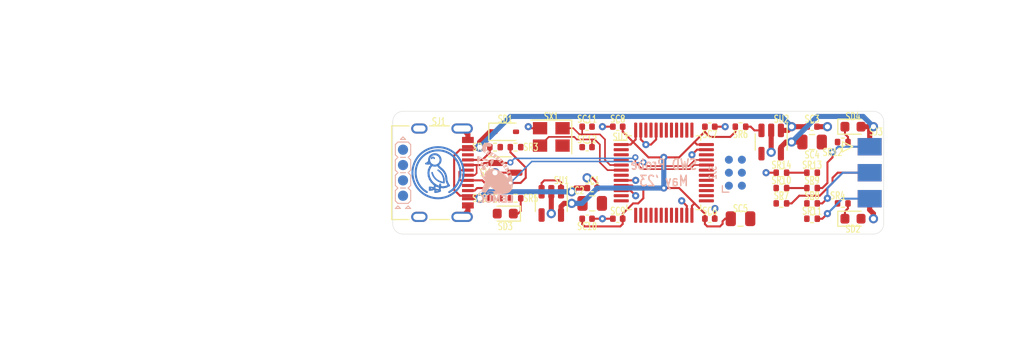
<source format=kicad_pcb>
(kicad_pcb (version 20221018) (generator pcbnew)
  (layers (0 "F.Cu" signal "Front") (31 "B.Cu" signal "Back") (34 "B.Paste" user) (35 "F.Paste" user) (36 "B.SilkS" user "B.Silkscreen") (37 "F.SilkS" user "F.Silkscreen") (38 "B.Mask" user) (39 "F.Mask" user) (44 "Edge.Cuts" user))
  (net 0 "")
  (net 1 "gnd")
  (net 2 "vtarget")
  (net 3 "vusb")
  (net 4 "target_drv.swd.swdio")
  (net 5 "target_drv.swd.reset")
  (net 6 "target_drv.swd.swclk")
  (net 7 "target_drv.swo_in")
  (net 8 "led_target.res.a")
  (net 9 "usb.conn.A5")
  (net 10 "usb.conn.B5")
  (net 11 "target_sense.output")
  (net 12 "target_drv.swo_out")
  (net 13 "led_tgt.res.a")
  (net 14 "led_usb.res.a")
  (net 15 "en_pull.io")
  (net 16 "target_drv.reset_in")
  (net 17 "target_drv.swclk_in")
  (net 18 "target_drv.swdio_out")
  (net 19 "v3v3")
  (net 20 "target_drv.swdio_in")
  (net 21 "mcu.xtal_node.driver.xtal_in")
  (net 22 "mcu.xtal_node.driver.xtal_out")
  (net 23 "mcu.swd_node.reset")
  (net 24 "led_usb.signal")
  (net 25 "led_tgt.signal")
  (net 26 "mcu.swd_node.swdio")
  (net 27 "mcu.swd_node.swclk")
  (net 28 "mcu.swd.swo")
  (net 29 "usb_chain_0.d_P")
  (net 30 "usb_chain_0.d_N")
  (footprint "LED_SMD:LED_0603_1608Metric" (layer "F.Cu") (at 145 52 180)
    (fp_text reference "SD3")
    (fp_text value "C2290 (Hubei KENTO Elec) - White 0603 Light Emitting Diodes (LED) RoHS")
  )
  (footprint "Package_TO_SOT_SMD:SOT-23-5" (layer "F.Cu") (at 149.5 51 -90)
    (fp_text reference "SU1")
    (fp_text value "AP2204K-3.3 (Diodes Incorporated)")
  )
  (footprint "Capacitor_SMD:C_0402_1005Metric" (layer "F.Cu") (at 153 52.5)
    (fp_text reference "SC10")
    (fp_text value "")
  )
  (footprint "Capacitor_SMD:C_0402_1005Metric" (layer "F.Cu") (at 175 43.5)
    (fp_text reference "SC3")
    (fp_text value "")
  )
  (footprint "Capacitor_SMD:C_0805_2012Metric" (layer "F.Cu") (at 175 45)
    (fp_text reference "SC4")
    (fp_text value "")
  )
  (footprint "Resistor_SMD:R_0402_1005Metric" (layer "F.Cu") (at 178 45 180)
    (fp_text reference "SR12")
    (fp_text value "")
  )
  (footprint "Resistor_SMD:R_0402_1005Metric" (layer "F.Cu") (at 175 49.5)
    (fp_text reference "SR9")
    (fp_text value "")
  )
  (footprint "Connector_USB:USB_C_Receptacle_XKB_U262-16XN-4BVC11" (layer "F.Cu") (at 137.675 48 -90)
    (fp_text reference "SJ1")
    (fp_text value "COM-15111 (Sparkfun)")
  )
  (footprint "Resistor_SMD:R_0402_1005Metric" (layer "F.Cu") (at 175 48 180)
    (fp_text reference "SR13")
    (fp_text value "")
  )
  (footprint "Capacitor_SMD:C_0402_1005Metric" (layer "F.Cu") (at 156 43.5 180)
    (fp_text reference "SC8")
    (fp_text value "")
  )
  (footprint "edg:JlcToolingHole_1.152mm" (layer "F.Cu") (at 148 48)
    (fp_text reference "SH2" hide)
    (fp_text value "")
  )
  (footprint "LED_SMD:LED_0603_1608Metric" (layer "F.Cu") (at 179 43.5)
    (fp_text reference "SD4")
    (fp_text value "")
  )
  (footprint "Capacitor_SMD:C_0805_2012Metric" (layer "F.Cu") (at 168 52.5)
    (fp_text reference "SC5")
    (fp_text value "")
  )
  (footprint "Capacitor_SMD:C_0402_1005Metric" (layer "F.Cu") (at 153 43.5)
    (fp_text reference "SC11")
    (fp_text value "")
  )
  (footprint "Resistor_SMD:R_0402_1005Metric" (layer "F.Cu") (at 168 43.5)
    (fp_text reference "SR6")
    (fp_text value "")
  )
  (footprint "Package_QFP:LQFP-48_7x7mm_P0.5mm" (layer "F.Cu") (at 160.5 48)
    (fp_text reference "SU3")
    (fp_text value "STM32F103xxT6 (STMicroelectronics)")
  )
  (footprint "Capacitor_SMD:C_0402_1005Metric" (layer "F.Cu") (at 153 45.5 180)
    (fp_text reference "SC12")
    (fp_text value "")
  )
  (footprint "Resistor_SMD:R_0402_1005Metric" (layer "F.Cu") (at 175 52.5)
    (fp_text reference "SR11")
    (fp_text value "")
  )
  (footprint "Resistor_SMD:R_0402_1005Metric" (layer "F.Cu") (at 146 50.5 180)
    (fp_text reference "SR5")
    (fp_text value "")
  )
  (footprint "Crystal:Crystal_SMD_3225-4Pin_3.2x2.5mm" (layer "F.Cu") (at 149.5 44.5 180)
    (fp_text reference "SX1")
    (fp_text value "")
  )
  (footprint "Package_TO_SOT_SMD:SOT-23-5" (layer "F.Cu") (at 171 45 -90)
    (fp_text reference "SU2")
    (fp_text value "AP2204K-3.3 (Diodes Incorporated)")
  )
  (footprint "Resistor_SMD:R_0402_1005Metric" (layer "F.Cu") (at 172 49.5)
    (fp_text reference "SR10")
    (fp_text value "")
  )
  (footprint "Resistor_SMD:R_0402_1005Metric" (layer "F.Cu") (at 175 51)
    (fp_text reference "SR8")
    (fp_text value "")
  )
  (footprint "Resistor_SMD:R_0402_1005Metric" (layer "F.Cu") (at 144 45.5 180)
    (fp_text reference "SR1")
    (fp_text value "")
  )
  (footprint "Capacitor_SMD:C_0402_1005Metric" (layer "F.Cu") (at 165 43.5)
    (fp_text reference "SC7")
    (fp_text value "")
  )
  (footprint "Resistor_SMD:R_0402_1005Metric" (layer "F.Cu") (at 144 50.5 180)
    (fp_text reference "SR2")
    (fp_text value "")
  )
  (footprint "Capacitor_SMD:C_0402_1005Metric" (layer "F.Cu") (at 156 52.5 180)
    (fp_text reference "SC9")
    (fp_text value "")
  )
  (footprint "Capacitor_SMD:C_0805_2012Metric" (layer "F.Cu") (at 153.5 51)
    (fp_text reference "SC2")
    (fp_text value "")
  )
  (footprint "Capacitor_SMD:C_0402_1005Metric" (layer "F.Cu") (at 165 52.5)
    (fp_text reference "SC6")
    (fp_text value "")
  )
  (footprint "edg:JlcToolingHole_1.152mm" (layer "F.Cu") (at 178.5 49.5)
    (fp_text reference "SH3" hide)
    (fp_text value "")
  )
  (footprint "Resistor_SMD:R_0402_1005Metric" (layer "F.Cu") (at 146 45.5 180)
    (fp_text reference "SR3")
    (fp_text value "")
  )
  (footprint "Resistor_SMD:R_0402_1005Metric" (layer "F.Cu") (at 172 51)
    (fp_text reference "SR7")
    (fp_text value "")
  )
  (footprint "LED_SMD:LED_0603_1608Metric" (layer "F.Cu") (at 179 52.5)
    (fp_text reference "SD2")
    (fp_text value "")
  )
  (footprint "Resistor_SMD:R_0402_1005Metric" (layer "F.Cu") (at 172 48 180)
    (fp_text reference "SR14")
    (fp_text value "")
  )
  (footprint "edg:PinHeader_2x03_P2.54mm_EdgeInline" (layer "F.Cu") (at 182 48)
    (fp_text reference "SJ3")
    (fp_text value "PinHeader2.54 Shrouded 2x3 (Generic)")
  )
  (footprint "Resistor_SMD:R_0402_1005Metric" (layer "F.Cu") (at 178 51 180)
    (fp_text reference "SR4")
    (fp_text value "")
  )
  (footprint "edg:JlcToolingHole_1.152mm" (layer "F.Cu") (at 178.5 46.5)
    (fp_text reference "SH1" hide)
    (fp_text value "")
  )
  (footprint "Capacitor_SMD:C_0402_1005Metric" (layer "F.Cu") (at 153.5 49.5)
    (fp_text reference "SC1")
    (fp_text value "")
  )
  (footprint "Diode_SMD:D_SOD-323" (layer "F.Cu") (at 145 44)
    (fp_text reference "SD1")
    (fp_text value "BZT52-B5V6S_R1_00001 (PANJIT International) - 100nA@1V 40? Single 5.49V~5.71V 200mW 5.6V SOD-323 Zener Diodes ROHS")
  )
  (footprint "Package_TO_SOT_SMD:SOT-23" (layer "F.Cu") (at 145 48)
    (fp_text reference "SU4")
    (fp_text value "PESD5V0X1BT (Nexperia)")
  )
  (footprint "edg:Indicator_IdDots_4" (layer "B.Cu") (at 135 48 90)
    (fp_text reference "UU6" hide)
    (fp_text value "IdDots4")
  )
  (footprint "edg:Symbol_Duckling" (layer "B.Cu") (at 138.424054 48.000734 180)
    (fp_text reference "UU4" hide)
    (fp_text value "Duck" hide)
  )
  (footprint "Connector:Tag-Connect_TC2030-IDC-NL_2x03_P1.27mm_Vertical" (layer "B.Cu") (at 167.5 48 90)
    (fp_text reference "SJ2")
    (fp_text value "")
  )
  (footprint "edg:Symbol_LemurSmall" (layer "B.Cu") (at 144 48 180)
    (fp_text reference "UU5" hide)
    (fp_text value "Lemur" hide)
  )
  (gr_arc (start 134 43) (mid 134.292893 42.292893) (end 135 42) (stroke (width 0.0381)) (layer "Edge.Cuts"))
  (gr_arc (start 182 53) (mid 181.707107 53.707107) (end 181 54) (stroke (width 0.0381)) (layer "Edge.Cuts"))
  (gr_line (start 134 43) (end 134 53) (stroke (width 0.0381)) (layer "Edge.Cuts"))
  (gr_line (start 135 54) (end 181 54) (stroke (width 0.0381)) (layer "Edge.Cuts"))
  (gr_arc (start 181 42) (mid 181.707107 42.292893) (end 182 43) (stroke (width 0.0381)) (layer "Edge.Cuts"))
  (gr_line (start 181 42) (end 135 42) (stroke (width 0.0381)) (layer "Edge.Cuts"))
  (gr_line (start 182 53) (end 182 43) (stroke (width 0.0381)) (layer "Edge.Cuts"))
  (gr_arc (start 135 54) (mid 134.292893 53.707107) (end 134 53) (stroke (width 0.0381)) (layer "Edge.Cuts"))
  (gr_text "SWD Probe\nMay '23" (at 160.5 48) (layer "B.SilkS") (effects (font (size 1 0.8)) (justify mirror)))
  (segment (start 164.6625 45.75) (end 163.75 45.75) (width 0.2) (layer "F.Cu") (net 1))
  (segment (start 153.5 48.5) (end 153 48.5) (width 0.2) (layer "F.Cu") (net 1))
  (segment (start 159.75 43.8375) (end 159.75 44.75) (width 0.2) (layer "F.Cu") (net 1))
  (segment (start 153.98 49.5) (end 153.98 48.98) (width 0.2) (layer "F.Cu") (net 1))
  (segment (start 180.63 51.63) (end 181 52) (width 0.5) (layer "F.Cu") (net 1))
  (segment (start 145.9375 48) (end 144 48) (width 0.2) (layer "F.Cu") (net 1))
  (segment (start 181 52) (end 181 52.5) (width 0.5) (layer "F.Cu") (net 1))
  (segment (start 171.49 48) (end 170.5 48) (width 0.2) (layer "F.Cu") (net 1))
  (segment (start 149.5 49.8625) (end 149.5 52) (width 0.5) (layer "F.Cu") (net 1))
  (segment (start 141.345 51.755) (end 140.78 52.32) (width 0.5) (layer "F.Cu") (net 1))
  (segment (start 141.345 51.35) (end 141.345 51.755) (width 0.5) (layer "F.Cu") (net 1))
  (segment (start 141.345 44.65) (end 141.345 44.245) (width 0.5) (layer "F.Cu") (net 1))
  (segment (start 158.25 43.8375) (end 158.25 44.75) (width 0.2) (layer "F.Cu") (net 1))
  (segment (start 147.4 43.65) (end 147.25 43.5) (width 0.2) (layer "F.Cu") (net 1))
  (segment (start 171 43.8625) (end 171 46) (width 0.5) (layer "F.Cu") (net 1))
  (segment (start 162.75 51.25) (end 162.25 50.75) (width 0.2) (layer "F.Cu") (net 1))
  (segment (start 162.75 52.1625) (end 162.75 51.25) (width 0.2) (layer "F.Cu") (net 1))
  (segment (start 163.75 45.75) (end 163.25 46.25) (width 0.2) (layer "F.Cu") (net 1))
  (segment (start 159.75 44.75) (end 159.25 45.25) (width 0.2) (layer "F.Cu") (net 1))
  (segment (start 165.48 51.52) (end 165.5 51.5) (width 0.2) (layer "F.Cu") (net 1))
  (segment (start 141.345 44.245) (end 140.78 43.68) (width 0.5) (layer "F.Cu") (net 1))
  (segment (start 180.63 50.54) (end 180.63 51.63) (width 0.5) (layer "F.Cu") (net 1))
  (segment (start 155.52 52.5) (end 154.5 52.5) (width 0.2) (layer "F.Cu") (net 1))
  (segment (start 148.4 43.65) (end 147.4 43.65) (width 0.2) (layer "F.Cu") (net 1))
  (segment (start 153.98 48.98) (end 153.5 48.5) (width 0.2) (layer "F.Cu") (net 1))
  (segment (start 156.3375 48.75) (end 157.75 48.75) (width 0.2) (layer "F.Cu") (net 1))
  (segment (start 166.5 43.5) (end 165.48 43.5) (width 0.2) (layer "F.Cu") (net 1))
  (segment (start 155.52 43.5) (end 154.5 43.5) (width 0.2) (layer "F.Cu") (net 1))
  (segment (start 158.25 44.75) (end 158.75 45.25) (width 0.2) (layer "F.Cu") (net 1))
  (segment (start 175.48 43.5) (end 176.5 43.5) (width 0.5) (layer "F.Cu") (net 1))
  (segment (start 159.25 45.25) (end 158.75 45.25) (width 0.2) (layer "F.Cu") (net 1))
  (segment (start 153.48 52.5) (end 154.5 52.5) (width 0.2) (layer "F.Cu") (net 1))
  (segment (start 165.48 52.5) (end 165.48 51.52) (width 0.2) (layer "F.Cu") (net 1))
  (via (at 154.5 52.5) (size 0.7) (drill 0.3) (layers "F.Cu" "B.Cu") (net 1))
  (via (at 158.75 45.25) (size 0.7) (drill 0.3) (layers "F.Cu" "B.Cu") (net 1))
  (via (at 165.5 51.5) (size 0.7) (drill 0.3) (layers "F.Cu" "B.Cu") (net 1))
  (via (at 149.5 52) (size 0.9) (drill 0.5) (layers "F.Cu" "B.Cu") (net 1))
  (via (at 181 52.5) (size 0.9) (drill 0.5) (layers "F.Cu" "B.Cu") (net 1))
  (via (at 163.25 46.25) (size 0.7) (drill 0.3) (layers "F.Cu" "B.Cu") (net 1))
  (via (at 176.5 43.5) (size 0.9) (drill 0.5) (layers "F.Cu" "B.Cu") (net 1))
  (via (at 166.5 43.5) (size 0.7) (drill 0.3) (layers "F.Cu" "B.Cu") (net 1))
  (via (at 171 46) (size 0.9) (drill 0.5) (layers "F.Cu" "B.Cu") (net 1))
  (via (at 154.5 43.5) (size 0.7) (drill 0.3) (layers "F.Cu" "B.Cu") (net 1))
  (via (at 153 48.5) (size 0.9) (drill 0.5) (layers "F.Cu" "B.Cu") (net 1))
  (via (at 157.75 48.75) (size 0.7) (drill 0.3) (layers "F.Cu" "B.Cu") (net 1))
  (via (at 147.25 43.5) (size 0.7) (drill 0.3) (layers "F.Cu" "B.Cu") (net 1))
  (via (at 170.5 48) (size 0.7) (drill 0.3) (layers "F.Cu" "B.Cu") (net 1))
  (via (at 144 48) (size 0.9) (drill 0.5) (layers "F.Cu" "B.Cu") (net 1))
  (via (at 162.25 50.75) (size 0.7) (drill 0.3) (layers "F.Cu" "B.Cu") (net 1))
  (segment (start 179.7875 43.5) (end 181 43.5) (width 0.5) (layer "F.Cu") (net 2))
  (segment (start 180.63 45.46) (end 180.63 43.87) (width 0.5) (layer "F.Cu") (net 2))
  (segment (start 171.95 46.1375) (end 171.95 45.5) (width 0.5) (layer "F.Cu") (net 2))
  (segment (start 171.95 45.5) (end 172.45 45) (width 0.5) (layer "F.Cu") (net 2))
  (segment (start 180.63 43.87) (end 181 43.5) (width 0.5) (layer "F.Cu") (net 2))
  (segment (start 174.05 45) (end 173 45) (width 0.5) (layer "F.Cu") (net 2))
  (segment (start 172.45 45) (end 173 45) (width 0.5) (layer "F.Cu") (net 2))
  (via (at 173 45) (size 0.9) (drill 0.5) (layers "F.Cu" "B.Cu") (net 2))
  (via (at 181 43.5) (size 0.9) (drill 0.5) (layers "F.Cu" "B.Cu") (net 2))
  (segment (start 181 43.5) (end 180 42.5) (width 0.5) (layer "B.Cu") (net 2))
  (segment (start 180 42.5) (end 175.5 42.5) (width 0.5) (layer "B.Cu") (net 2))
  (segment (start 175.5 42.5) (end 173 45) (width 0.5) (layer "B.Cu") (net 2))
  (segment (start 150.45 48.95) (end 150.45 49.8625) (width 0.2) (layer "F.Cu") (net 3))
  (segment (start 142.3795 50.55) (end 141.67 50.55) (width 0.2) (layer "F.Cu") (net 3))
  (segment (start 140.57 45.75) (end 140 46.32) (width 0.2) (layer "F.Cu") (net 3))
  (segment (start 142.5 50.4295) (end 142.3795 50.55) (width 0.2) (layer "F.Cu") (net 3))
  (segment (start 174.52 43.5) (end 173 43.5) (width 0.5) (layer "F.Cu") (net 3))
  (segment (start 141.345 45.75) (end 140.57 45.75) (width 0.2) (layer "F.Cu") (net 3))
  (segment (start 153.02 49.5) (end 151.8625 49.5) (width 0.5) (layer "F.Cu") (net 3))
  (segment (start 148.817158 48.75) (end 150.25 48.75) (width 0.2) (layer "F.Cu") (net 3))
  (segment (start 143.5 44) (end 143.95 44) (width 0.5) (layer "F.Cu") (net 3))
  (segment (start 148.55 49.8625) (end 148.55 49.017158) (width 0.2) (layer "F.Cu") (net 3))
  (segment (start 171.95 43.8625) (end 172.6375 43.8625) (width 0.5) (layer "F.Cu") (net 3))
  (segment (start 172.6375 43.8625) (end 173 43.5) (width 0.5) (layer "F.Cu") (net 3))
  (segment (start 142.5 45.5) (end 142.5 45) (width 0.5) (layer "F.Cu") (net 3))
  (segment (start 148.55 49.017158) (end 148.817158 48.75) (width 0.2) (layer "F.Cu") (net 3))
  (segment (start 141.345 50.25) (end 142.5 50.25) (width 0.2) (layer "F.Cu") (net 3))
  (segment (start 140 46.32) (end 140 49.68) (width 0.2) (layer "F.Cu") (net 3))
  (segment (start 142.5 45.45) (end 141.67 45.45) (width 0.2) (layer "F.Cu") (net 3))
  (segment (start 142.5 45.45) (end 142.2 45.75) (width 0.2) (layer "F.Cu") (net 3))
  (segment (start 142.2 45.75) (end 141.67 45.75) (width 0.2) (layer "F.Cu") (net 3))
  (segment (start 142.5 50.4295) (end 142.3205 50.25) (width 0.2) (layer "F.Cu") (net 3))
  (segment (start 151.8625 49.5) (end 151.5 49.8625) (width 0.5) (layer "F.Cu") (net 3))
  (segment (start 151.5 49.8625) (end 150.45 49.8625) (width 0.5) (layer "F.Cu") (net 3))
  (segment (start 140 49.68) (end 140.57 50.25) (width 0.2) (layer "F.Cu") (net 3))
  (segment (start 142.5 45) (end 143.5 44) (width 0.5) (layer "F.Cu") (net 3))
  (segment (start 150.25 48.75) (end 150.45 48.95) (width 0.2) (layer "F.Cu") (net 3))
  (segment (start 140.57 50.25) (end 141.345 50.25) (width 0.2) (layer "F.Cu") (net 3))
  (via (at 173 43.5) (size 0.9) (drill 0.5) (layers "F.Cu" "B.Cu") (net 3))
  (via (at 142.5 45.5) (size 0.9) (drill 0.5) (layers "F.Cu" "B.Cu") (net 3))
  (via (at 142.5 50.5) (size 0.9) (drill 0.5) (layers "F.Cu" "B.Cu") (net 3))
  (via (at 151.5 49.8625) (size 0.9) (drill 0.5) (layers "F.Cu" "B.Cu") (net 3))
  (segment (start 142.5 50.5) (end 143.1375 49.8625) (width 0.5) (layer "B.Cu") (net 3))
  (segment (start 143.1375 49.8625) (end 151.5 49.8625) (width 0.5) (layer "B.Cu") (net 3))
  (segment (start 145.5 42.5) (end 172 42.5) (width 0.5) (layer "B.Cu") (net 3))
  (segment (start 142.5 45.5) (end 145.5 42.5) (width 0.5) (layer "B.Cu") (net 3))
  (segment (start 172 42.5) (end 173 43.5) (width 0.5) (layer "B.Cu") (net 3))
  (segment (start 176 49.5) (end 176.5 49) (width 0.2) (layer "F.Cu") (net 4))
  (segment (start 175.51 49.5) (end 176 49.5) (width 0.2) (layer "F.Cu") (net 4))
  (segment (start 176.5 47) (end 177 46.5) (width 0.2) (layer "F.Cu") (net 4))
  (segment (start 176.5 49) (end 176.5 47) (width 0.2) (layer "F.Cu") (net 4))
  (segment (start 177 46.5) (end 177 46) (width 0.2) (layer "F.Cu") (net 4))
  (via (at 177 46) (size 0.7) (drill 0.3) (layers "F.Cu" "B.Cu") (net 4))
  (segment (start 177 46) (end 177.54 45.46) (width 0.2) (layer "B.Cu") (net 4))
  (segment (start 177.54 45.46) (end 180.63 45.46) (width 0.2) (layer "B.Cu") (net 4))
  (segment (start 173.75 50.25) (end 173 51) (width 0.2) (layer "F.Cu") (net 5))
  (segment (start 175.75 50.25) (end 173.75 50.25) (width 0.2) (layer "F.Cu") (net 5))
  (segment (start 177 48.5) (end 177 49) (width 0.2) (layer "F.Cu") (net 5))
  (segment (start 180.63 48) (end 177.5 48) (width 0.2) (layer "F.Cu") (net 5))
  (segment (start 177.5 48) (end 177 48.5) (width 0.2) (layer "F.Cu") (net 5))
  (segment (start 177 49) (end 175.75 50.25) (width 0.2) (layer "F.Cu") (net 5))
  (segment (start 173 51) (end 172.51 51) (width 0.2) (layer "F.Cu") (net 5))
  (segment (start 176.5 50.5) (end 176 51) (width 0.2) (layer "F.Cu") (net 6))
  (segment (start 176 51) (end 175.51 51) (width 0.2) (layer "F.Cu") (net 6))
  (via (at 176.5 50.5) (size 0.7) (drill 0.3) (layers "F.Cu" "B.Cu") (net 6))
  (segment (start 178 48) (end 180.63 48) (width 0.2) (layer "B.Cu") (net 6))
  (segment (start 176.5 49.5) (end 178 48) (width 0.2) (layer "B.Cu") (net 6))
  (segment (start 176.5 50.5) (end 176.5 49.5) (width 0.2) (layer "B.Cu") (net 6))
  (segment (start 175.51 52.5) (end 176 52.5) (width 0.2) (layer "F.Cu") (net 7))
  (segment (start 176 52.5) (end 176.5 52) (width 0.2) (layer "F.Cu") (net 7))
  (via (at 176.5 52) (size 0.7) (drill 0.3) (layers "F.Cu" "B.Cu") (net 7))
  (segment (start 176.5 52) (end 177.96 50.54) (width 0.2) (layer "B.Cu") (net 7))
  (segment (start 177.96 50.54) (end 180.63 50.54) (width 0.2) (layer "B.Cu") (net 7))
  (segment (start 178.2125 44.2125) (end 178.51 44.51) (width 0.2) (layer "F.Cu") (net 8))
  (segment (start 178.51 44.51) (end 178.51 45) (width 0.2) (layer "F.Cu") (net 8))
  (segment (start 178.2125 43.5) (end 178.2125 44.2125) (width 0.2) (layer "F.Cu") (net 8))
  (segment (start 143.49 46.015026) (end 143.49 45.5) (width 0.2) (layer "F.Cu") (net 9))
  (segment (start 142.755025 46.75) (end 141.345 46.75) (width 0.2) (layer "F.Cu") (net 9))
  (segment (start 143.002513 46.502513) (end 143.49 46.015026) (width 0.2) (layer "F.Cu") (net 9))
  (segment (start 143.002513 46.502513) (end 142.755025 46.75) (width 0.2) (layer "F.Cu") (net 9))
  (segment (start 142.25 49.5) (end 143 49.5) (width 0.2) (layer "F.Cu") (net 10))
  (segment (start 143 49.5) (end 143.49 49.99) (width 0.2) (layer "F.Cu") (net 10))
  (segment (start 142 49.75) (end 142.25 49.5) (width 0.2) (layer "F.Cu") (net 10))
  (segment (start 141.345 49.75) (end 142 49.75) (width 0.2) (layer "F.Cu") (net 10))
  (segment (start 143.49 49.99) (end 143.49 50.5) (width 0.2) (layer "F.Cu") (net 10))
  (segment (start 157.25 49.75) (end 157.75 50.25) (width 0.2) (layer "F.Cu") (net 11))
  (segment (start 172.51 48) (end 174.49 48) (width 0.2) (layer "F.Cu") (net 11))
  (segment (start 156.3375 49.75) (end 157.25 49.75) (width 0.2) (layer "F.Cu") (net 11))
  (via (at 157.75 50.25) (size 0.7) (drill 0.3) (layers "F.Cu" "B.Cu") (net 11))
  (segment (start 178.2125 51.7875) (end 178.5 51.5) (width 0.2) (layer "F.Cu") (net 13))
  (segment (start 178.5 51.5) (end 178.5 51.01) (width 0.2) (layer "F.Cu") (net 13))
  (segment (start 178.2125 52.5) (end 178.2125 51.7875) (width 0.2) (layer "F.Cu") (net 13))
  (segment (start 178.5 51.01) (end 178.51 51) (width 0.2) (layer "F.Cu") (net 13))
  (segment (start 146.51 50.5) (end 146.51 51.74) (width 0.2) (layer "F.Cu") (net 14))
  (segment (start 146.51 51.74) (end 146.25 52) (width 0.2) (layer "F.Cu") (net 14))
  (segment (start 146.25 52) (end 145.7875 52) (width 0.2) (layer "F.Cu") (net 14))
  (segment (start 170.05 43.8625) (end 169.3625 43.8625) (width 0.2) (layer "F.Cu") (net 15))
  (segment (start 169 43.5) (end 168.51 43.5) (width 0.2) (layer "F.Cu") (net 15))
  (segment (start 169.3625 43.8625) (end 169 43.5) (width 0.2) (layer "F.Cu") (net 15))
  (segment (start 172.51 49.5) (end 174.49 49.5) (width 0.2) (layer "F.Cu") (net 18))
  (segment (start 163.25 51.25) (end 163.5 51) (width 0.2) (layer "F.Cu") (net 19))
  (segment (start 164.52 53.02) (end 164.75 53.25) (width 0.2) (layer "F.Cu") (net 19))
  (segment (start 150.45 52.1375) (end 150.45 51.3) (width 0.5) (layer "F.Cu") (net 19))
  (segment (start 166.25 52.75) (end 166.25 53) (width 0.2) (layer "F.Cu") (net 19))
  (segment (start 156.25 53.25) (end 156.48 53.02) (width 0.2) (layer "F.Cu") (net 19))
  (segment (start 163.75 45.25) (end 163.5 45) (width 0.2) (layer "F.Cu") (net 19))
  (segment (start 159 49.5) (end 158.5 49.5) (width 0.2) (layer "F.Cu") (net 19))
  (segment (start 165 44.5) (end 167 44.5) (width 0.2) (layer "F.Cu") (net 19))
  (segment (start 166.5 52.5) (end 166.25 52.75) (width 0.2) (layer "F.Cu") (net 19))
  (segment (start 164.75 53.25) (end 166 53.25) (width 0.2) (layer "F.Cu") (net 19))
  (segment (start 158.5 50.5) (end 158.5 49.5) (width 0.2) (layer "F.Cu") (net 19))
  (segment (start 167.49 44.01) (end 167.49 43.5) (width 0.2) (layer "F.Cu") (net 19))
  (segment (start 166.25 53) (end 166 53.25) (width 0.2) (layer "F.Cu") (net 19))
  (segment (start 158 51) (end 158.5 50.5) (width 0.2) (layer "F.Cu") (net 19))
  (segment (start 156.48 52.02) (end 157.5 51) (width 0.2) (layer "F.Cu") (net 19))
  (segment (start 163.5 51) (end 164.5 52) (width 0.2) (layer "F.Cu") (net 19))
  (segment (start 164.52 52.02) (end 164.52 52.5) (width 0.2) (layer "F.Cu") (net 19))
  (segment (start 156.3375 45.25) (end 157.25 45.25) (width 0.2) (layer "F.Cu") (net 19))
  (segment (start 157.25 45.25) (end 157.75 44.75) (width 0.2) (layer "F.Cu") (net 19))
  (segment (start 157.651471 49.5) (end 157.401471 49.25) (width 0.2) (layer "F.Cu") (net 19))
  (segment (start 160.5 49.5) (end 162 49.5) (width 0.2) (layer "F.Cu") (net 19))
  (segment (start 156.48 43.98) (end 156.48 43.5) (width 0.2) (layer "F.Cu") (net 19))
  (segment (start 152.52 52.5) (end 152.52 53.02) (width 0.2) (layer "F.Cu") (net 19))
  (segment (start 152.75 53.25) (end 156.25 53.25) (width 0.2) (layer "F.Cu") (net 19))
  (segment (start 164.52 43.5) (end 164.52 43.98) (width 0.2) (layer "F.Cu") (net 19))
  (segment (start 164.5 52) (end 164.52 52.02) (width 0.2) (layer "F.Cu") (net 19))
  (segment (start 156.48 52.5) (end 156.48 52.02) (width 0.2) (layer "F.Cu") (net 19))
  (segment (start 167 44.5) (end 167.49 44.01) (width 0.2) (layer "F.Cu") (net 19))
  (segment (start 164.52 43.98) (end 163.5 45) (width 0.2) (layer "F.Cu") (net 19))
  (segment (start 162 46.5) (end 163.5 45) (width 0.2) (layer "F.Cu") (net 19))
  (segment (start 160.5 46.5) (end 162 46.5) (width 0.2) (layer "F.Cu") (net 19))
  (segment (start 162 49.5) (end 163.5 51) (width 0.2) (layer "F.Cu") (net 19))
  (segment (start 164.52 52.5) (end 164.52 53.02) (width 0.2) (layer "F.Cu") (net 19))
  (segment (start 160.5 49.5) (end 159 49.5) (width 0.2) (layer "F.Cu") (net 19))
  (segment (start 159 46.5) (end 156.48 43.98) (width 0.2) (layer "F.Cu") (net 19))
  (segment (start 163.25 52.1625) (end 163.25 51.25) (width 0.2) (layer "F.Cu") (net 19))
  (segment (start 164.52 43.98) (end 164.52 44.02) (width 0.2) (layer "F.Cu") (net 19))
  (segment (start 167.05 52.5) (end 166.5 52.5) (width 0.2) (layer "F.Cu") (net 19))
  (segment (start 160.5 46.5) (end 159 46.5) (width 0.2) (layer "F.Cu") (net 19))
  (segment (start 152.52 53.02) (end 152.75 53.25) (width 0.2) (layer "F.Cu") (net 19))
  (segment (start 150.45 51.3) (end 150.75 51) (width 0.5) (layer "F.Cu") (net 19))
  (segment (start 150.75 51) (end 151.5 51) (width 0.5) (layer "F.Cu") (net 19))
  (segment (start 157.75 44.75) (end 157.75 43.8375) (width 0.2) (layer "F.Cu") (net 19))
  (segment (start 158.5 49.5) (end 157.651471 49.5) (width 0.2) (layer "F.Cu") (net 19))
  (segment (start 164.6625 45.25) (end 163.75 45.25) (width 0.2) (layer "F.Cu") (net 19))
  (segment (start 164.52 44.02) (end 165 44.5) (width 0.2) (layer "F.Cu") (net 19))
  (segment (start 152.55 51) (end 151.5 51) (width 0.5) (layer "F.Cu") (net 19))
  (segment (start 157.401471 49.25) (end 156.3375 49.25) (width 0.2) (layer "F.Cu") (net 19))
  (segment (start 157.5 51) (end 158 51) (width 0.2) (layer "F.Cu") (net 19))
  (segment (start 156.48 53.02) (end 156.48 52.5) (width 0.2) (layer "F.Cu") (net 19))
  (via (at 160.5 49.5) (size 0.7) (drill 0.3) (layers "F.Cu" "B.Cu") (net 19))
  (via (at 151.5 51) (size 0.9) (drill 0.5) (layers "F.Cu" "B.Cu") (net 19))
  (via (at 160.5 46.5) (size 0.7) (drill 0.3) (layers "F.Cu" "B.Cu") (net 19))
  (segment (start 154 49.5) (end 160.5 49.5) (width 0.5) (layer "B.Cu") (net 19))
  (segment (start 151.5 51) (end 152.5 51) (width 0.5) (layer "B.Cu") (net 19))
  (segment (start 152.5 51) (end 154 49.5) (width 0.5) (layer "B.Cu") (net 19))
  (segment (start 160.5 46.5) (end 160.5 49.5) (width 0.5) (layer "B.Cu") (net 19))
  (segment (start 152.25 44.25) (end 152.5 44.25) (width 0.16) (layer "F.Cu") (net 21))
  (segment (start 150.6 43.65) (end 151.65 43.65) (width 0.16) (layer "F.Cu") (net 21))
  (segment (start 152.52 43.5) (end 152.52 44.23) (width 0.16) (layer "F.Cu") (net 21))
  (segment (start 152.5 44.25) (end 154.25 44.25) (width 0.16) (layer "F.Cu") (net 21))
  (segment (start 155.25 47.25) (end 156.3375 47.25) (width 0.16) (layer "F.Cu") (net 21))
  (segment (start 154.75 44.75) (end 154.75 46.75) (width 0.16) (layer "F.Cu") (net 21))
  (segment (start 151.65 43.65) (end 152.25 44.25) (width 0.16) (layer "F.Cu") (net 21))
  (segment (start 154.75 46.75) (end 155.25 47.25) (width 0.16) (layer "F.Cu") (net 21))
  (segment (start 154.25 44.25) (end 154.75 44.75) (width 0.16) (layer "F.Cu") (net 21))
  (segment (start 152.52 44.23) (end 152.5 44.25) (width 0.16) (layer "F.Cu") (net 21))
  (segment (start 153.48 44.77) (end 153.5 44.75) (width 0.16) (layer "F.Cu") (net 22))
  (segment (start 149.25 44.5) (end 151.75 44.5) (width 0.16) (layer "F.Cu") (net 22))
  (segment (start 148.4 45.35) (end 149.25 44.5) (width 0.16) (layer "F.Cu") (net 22))
  (segment (start 155 47.75) (end 156.3375 47.75) (width 0.16) (layer "F.Cu") (net 22))
  (segment (start 154.25 47) (end 155 47.75) (width 0.16) (layer "F.Cu") (net 22))
  (segment (start 153.48 45.5) (end 153.48 44.77) (width 0.16) (layer "F.Cu") (net 22))
  (segment (start 154.25 45.25) (end 154.25 47) (width 0.16) (layer "F.Cu") (net 22))
  (segment (start 151.75 44.5) (end 152 44.75) (width 0.16) (layer "F.Cu") (net 22))
  (segment (start 152 44.75) (end 153.5 44.75) (width 0.16) (layer "F.Cu") (net 22))
  (segment (start 153.75 44.75) (end 154.25 45.25) (width 0.16) (layer "F.Cu") (net 22))
  (segment (start 153.5 44.75) (end 153.75 44.75) (width 0.16) (layer "F.Cu") (net 22))
  (segment (start 147 47.5) (end 147 48.5) (width 0.2) (layer "F.Cu") (net 29))
  (segment (start 162.937866 47.35) (end 158.879623 47.35) (width 0.15) (layer "F.Cu") (net 29))
  (segment (start 144.0625 48.95) (end 145.45 48.95) (width 0.2) (layer "F.Cu") (net 29))
  (segment (start 146.5 49) (end 145.5 49) (width 0.2) (layer "F.Cu") (net 29))
  (segment (start 164.6625 46.75) (end 163.537866 46.75) (width 0.15) (layer "F.Cu") (net 29))
  (segment (start 140.66 47.75) (end 141.67 47.75) (width 0.16) (layer "F.Cu") (net 29))
  (segment (start 141.67 48.75) (end 140.66 48.75) (width 0.16) (layer "F.Cu") (net 29))
  (segment (start 145.5 46) (end 147 47.5) (width 0.2) (layer "F.Cu") (net 29))
  (segment (start 145.49 45.5) (end 145.5 45.51) (width 0.2) (layer "F.Cu") (net 29))
  (segment (start 158.879623 47.35) (end 158.516294 46.986671) (width 0.15) (layer "F.Cu") (net 29))
  (segment (start 141.67 48.75) (end 142.75 48.75) (width 0.2) (layer "F.Cu") (net 29))
  (segment (start 142.95 48.95) (end 142.75 48.75) (width 0.2) (layer "F.Cu") (net 29))
  (segment (start 140.5 48.59) (end 140.5 47.91) (width 0.16) (layer "F.Cu") (net 29))
  (segment (start 147 48.5) (end 146.5 49) (width 0.2) (layer "F.Cu") (net 29))
  (segment (start 144.0625 48.95) (end 142.95 48.95) (width 0.2) (layer "F.Cu") (net 29))
  (segment (start 140.5 47.91) (end 140.66 47.75) (width 0.16) (layer "F.Cu") (net 29))
  (segment (start 163.537866 46.75) (end 162.937866 47.35) (width 0.15) (layer "F.Cu") (net 29))
  (segment (start 140.66 48.75) (end 140.5 48.59) (width 0.16) (layer "F.Cu") (net 29))
  (segment (start 145.5 45.51) (end 145.5 46) (width 0.2) (layer "F.Cu") (net 29))
  (via (at 145.5 49) (size 0.6) (drill 0.3) (layers "F.Cu" "B.Cu") (net 29))
  (via (at 158.516294 46.986671) (size 0.6) (drill 0.3) (layers "F.Cu" "B.Cu") (net 29))
  (segment (start 157.499694 47.025) (end 157.374694 46.9) (width 0.15) (layer "B.Cu") (net 29))
  (segment (start 158.516294 46.986671) (end 158.477965 47.025) (width 0.15) (layer "B.Cu") (net 29))
  (segment (start 157.374694 46.9) (end 147.6 46.9) (width 0.15) (layer "B.Cu") (net 29))
  (segment (start 147.6 46.9) (end 145.5 49) (width 0.15) (layer "B.Cu") (net 29))
  (segment (start 158.477965 47.025) (end 157.499694 47.025) (width 0.15) (layer "B.Cu") (net 29))
  (segment (start 163.062134 47.65) (end 158.4 47.65) (width 0.15) (layer "F.Cu") (net 30))
  (segment (start 158.4 47.65) (end 157.717157 46.967157) (width 0.15) (layer "F.Cu") (net 30))
  (segment (start 163.462134 47.25) (end 163.062134 47.65) (width 0.15) (layer "F.Cu") (net 30))
  (segment (start 142.5 47.25) (end 142.75 47.25) (width 0.16) (layer "F.Cu") (net 30))
  (segment (start 157.717157 46.967157) (end 157.717157 46.5) (width 0.15) (layer "F.Cu") (net 30))
  (segment (start 142.75 47.25) (end 142.95 47.05) (width 0.2) (layer "F.Cu") (net 30))
  (segment (start 142.2 48.05) (end 142.2 47.25) (width 0.16) (layer "F.Cu") (net 30))
  (segment (start 141.67 47.25) (end 142.75 47.25) (width 0.2) (layer "F.Cu") (net 30))
  (segment (start 164.6625 47.25) (end 163.462134 47.25) (width 0.15) (layer "F.Cu") (net 30))
  (segment (start 142.95 47.05) (end 145.0625 47.05) (width 0.2) (layer "F.Cu") (net 30))
  (segment (start 145.45 47.05) (end 145.5 47) (width 0.2) (layer "F.Cu") (net 30))
  (segment (start 145.0625 47.05) (end 145.45 47.05) (width 0.2) (layer "F.Cu") (net 30))
  (segment (start 141.67 48.25) (end 142 48.25) (width 0.16) (layer "F.Cu") (net 30))
  (segment (start 142 48.25) (end 142.2 48.05) (width 0.16) (layer "F.Cu") (net 30))
  (segment (start 141.67 47.25) (end 142.5 47.25) (width 0.16) (layer "F.Cu") (net 30))
  (segment (start 142.2 47.25) (end 142.5 47.25) (width 0.16) (layer "F.Cu") (net 30))
  (via (at 157.717157 46.5) (size 0.6) (drill 0.3) (layers "F.Cu" "B.Cu") (net 30))
  (via (at 145.5 47) (size 0.6) (drill 0.3) (layers "F.Cu" "B.Cu") (net 30))
  (segment (start 145.5 47) (end 145.9 46.6) (width 0.15) (layer "B.Cu") (net 30))
  (segment (start 157.617157 46.6) (end 157.717157 46.5) (width 0.15) (layer "B.Cu") (net 30))
  (segment (start 145.9 46.6) (end 157.617157 46.6) (width 0.15) (layer "B.Cu") (net 30))
)
</source>
